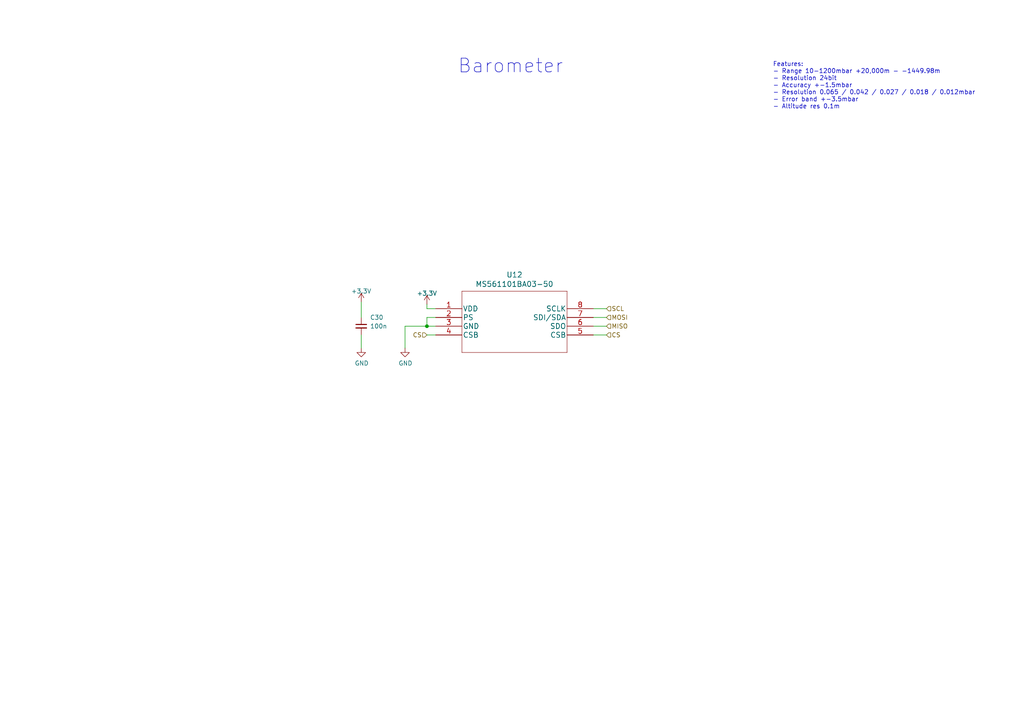
<source format=kicad_sch>
(kicad_sch (version 20230121) (generator eeschema)
  (paper "A4")
  (lib_symbols
    (symbol "+3.3V_1" (power) (pin_names (offset 0))
      (property "Value" "+3.3V_1" (at 0 3.556 0))
      (symbol "+3.3V_1_0_1"
        (polyline (pts (xy -0.762 1.27) (xy 0 2.54)))
        (polyline (pts (xy 0 0) (xy 0 2.54)))
        (polyline (pts (xy 0 2.54) (xy 0.762 1.27)))
      )
      (symbol "+3.3V_1_1_1"
        (pin power_in line (at 0 0 90) (length 0) hide (name "+3.3V") (number "1"))
      )
    )
    (symbol "Device:C_Small" (pin_numbers hide) (pin_names (offset 0.254) hide)
      (property "Reference" "C" (at 0.254 1.778 0))
      (property "Value" "C_Small" (at 0.254 -2.032 0))
      (symbol "C_Small_0_1"
        (polyline (pts (xy -1.524 -0.508) (xy 1.524 -0.508)) (stroke (width 0.3302)))
        (polyline (pts (xy -1.524 0.508) (xy 1.524 0.508)) (stroke (width 0.3048)))
      )
      (symbol "C_Small_1_1"
        (pin passive line (at 0 2.54 270) (length 2.032) (name "~") (number "1"))
        (pin passive line (at 0 -2.54 90) (length 2.032) (name "~") (number "2"))
      )
    )
    (symbol "MS561101BA03-50:MS561101BA03-50" (pin_names (offset 0.254))
      (property "Reference" "U" (at 0 15.24 0))
      (property "Value" "MS561101BA03-50" (at 0 12.7 0))
      (symbol "MS561101BA03-50_1_1"
        (polyline (pts (xy -15.24 -7.62) (xy 15.24 -7.62)) (stroke (width 0.127)))
        (polyline (pts (xy -15.24 10.16) (xy -15.24 -7.62)) (stroke (width 0.127)))
        (polyline (pts (xy 15.24 -7.62) (xy 15.24 10.16)) (stroke (width 0.127)))
        (polyline (pts (xy 15.24 10.16) (xy -15.24 10.16)) (stroke (width 0.127)))
        (pin power_in line (at -22.86 5.08 0) (length 7.62) (name "VDD") (number "1"))
        (pin input line (at -22.86 2.54 0) (length 7.62) (name "PS") (number "2"))
        (pin power_in line (at -22.86 0 0) (length 7.62) (name "GND") (number "3"))
        (pin input line (at -22.86 -2.54 0) (length 7.62) (name "CSB") (number "4"))
        (pin input line (at 22.86 -2.54 180) (length 7.62) (name "CSB") (number "5"))
        (pin output line (at 22.86 0 180) (length 7.62) (name "SDO") (number "6"))
        (pin bidirectional line (at 22.86 2.54 180) (length 7.62) (name "SDI/SDA") (number "7"))
        (pin input line (at 22.86 5.08 180) (length 7.62) (name "SCLK") (number "8"))
      )
    )
    (symbol "power:GND" (power) (pin_names (offset 0))
      (property "Value" "GND" (at 0 -3.81 0))
      (symbol "GND_0_1"
        (polyline (pts (xy 0 0) (xy 0 -1.27) (xy 1.27 -1.27) (xy 0 -2.54) (xy -1.27 -1.27) (xy 0 -1.27)))
      )
      (symbol "GND_1_1"
        (pin power_in line (at 0 0 270) (length 0) hide (name "GND") (number "1"))
      )
    )
  )
  (junction (at 123.825 94.615))
  (wire (pts (xy 172.085 97.155) (xy 175.895 97.155)))
  (wire (pts (xy 123.825 88.265) (xy 123.825 89.535)))
  (wire (pts (xy 123.825 89.535) (xy 126.365 89.535)))
  (wire (pts (xy 117.475 94.615) (xy 117.475 100.965)))
  (wire (pts (xy 104.775 97.155) (xy 104.775 100.965)))
  (wire (pts (xy 126.365 92.075) (xy 123.825 92.075)))
  (wire (pts (xy 126.365 97.155) (xy 123.825 97.155)))
  (wire (pts (xy 172.085 92.075) (xy 175.895 92.075)))
  (wire (pts (xy 172.085 94.615) (xy 175.895 94.615)))
  (wire (pts (xy 104.775 87.63) (xy 104.775 92.075)))
  (wire (pts (xy 123.825 94.615) (xy 126.365 94.615)))
  (wire (pts (xy 123.825 92.075) (xy 123.825 94.615)))
  (wire (pts (xy 172.085 89.535) (xy 175.895 89.535)))
  (wire (pts (xy 123.825 94.615) (xy 117.475 94.615)))
  (text "Barometer" (at 132.715 21.59 0) (effects (font (size 3.9878 3.9878)) (justify left bottom)))
  (text "Features:\n- Range 10-1200mbar +20,000m - -1449.98m\n- Resolution 24bit \n- Accuracy +-1.5mbar\n- Resolution 0.065 / 0.042 / 0.027 / 0.018 / 0.012mbar\n- Error band +-3.5mbar\n- Altitude res 0.1m\n" (at 224.155 31.75 0) (effects (font (size 1.27 1.27)) (justify left bottom)))
  (hierarchical_label "SCL" (shape input) (at 175.895 89.535 0))
  (hierarchical_label "MOSI" (shape input) (at 175.895 92.075 0))
  (hierarchical_label "CS" (shape input) (at 175.895 97.155 0))
  (hierarchical_label "CS" (shape input) (at 123.825 97.155 180))
  (hierarchical_label "MISO" (shape input) (at 175.895 94.615 0))
  (symbol (lib_id "Device:C_Small") (at 104.775 94.615 0) (unit 1)
    (property "Reference" "C30" (at 107.315 92.075 0) (effects (justify left)))
    (property "Value" "100n" (at 107.315 94.615 0) (effects (justify left)))
    (property "Footprint" "Capacitor_SMD:C_0402_1005Metric" (effects hide))
  )
  (symbol (lib_name "+3.3V_1") (lib_id "power:+3.3V") (at 104.775 87.63 0) (unit 1)
    (property "Reference" "#PWR07" (effects hide))
    (property "Value" "+3.3V" (at 104.775 84.455 0))
    (instances (project "Strelka_Flight_Computer" (path "" (reference "#PWR07") (unit 1)) (path "" (reference "#PWR010") (unit 1))))
  )
  (symbol (lib_id "power:GND") (at 104.775 100.965 0) (unit 1)
    (property "Reference" "#PWR0179" (effects hide))
    (property "Value" "GND" (at 104.902 105.3592 0))
  )
  (symbol (lib_name "+3.3V_1") (lib_id "power:+3.3V") (at 123.825 88.265 0) (unit 1)
    (property "Reference" "#PWR07" (effects hide))
    (property "Value" "+3.3V" (at 123.825 85.09 0))
    (instances (project "Strelka_Flight_Computer" (path "" (reference "#PWR07") (unit 1)) (path "" (reference "#PWR03") (unit 1))))
  )
  (symbol (lib_id "power:GND") (at 117.475 100.965 0) (unit 1)
    (property "Reference" "#PWR0180" (effects hide))
    (property "Value" "GND" (at 117.602 105.3592 0))
  )
  (symbol (lib_id "MS561101BA03-50:MS561101BA03-50") (at 149.225 94.615 0) (unit 1)
    (property "Reference" "U12" (at 149.225 79.7052 0) (effects (font (size 1.524 1.524))))
    (property "Value" "MS561101BA03-50" (at 149.225 82.3976 0) (effects (font (size 1.524 1.524))))
    (property "Footprint" "Footprints:MS561101BA03-50" (effects hide))
    (property "Datasheet" "https://www.te.com/commerce/DocumentDelivery/DDEController?Action=srchrtrv&DocNm=MS5611-01BA03&DocType=Data+Sheet&DocLang=English" (effects hide))
  )
)
</source>
